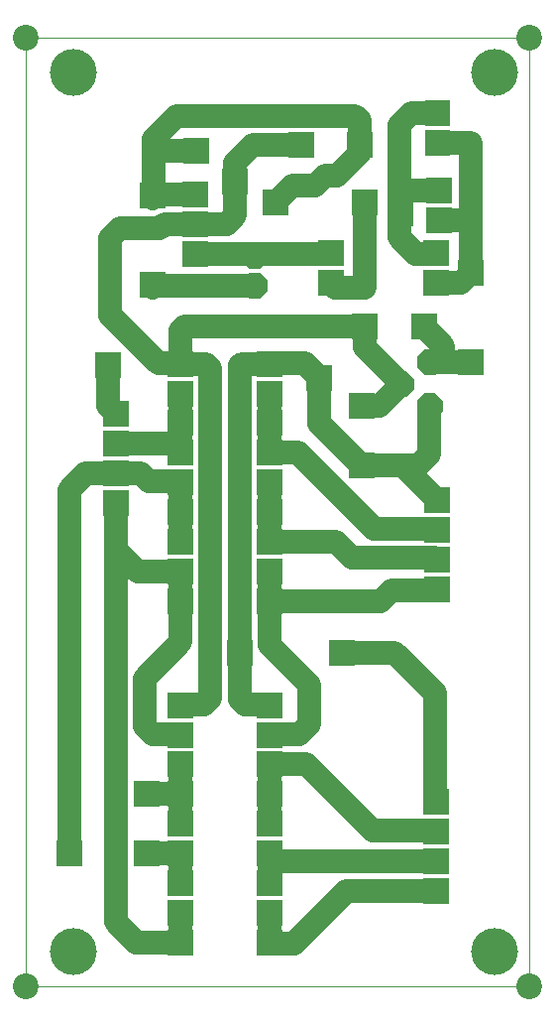
<source format=gbr>
%FSLAX34Y34*%
%MOMM*%
%LNSILK_TOP*%
G71*
G01*
%ADD10C, 2.00*%
%ADD11C, 4.00*%
%ADD12C, 0.10*%
%ADD13C, 2.20*%
%LPD*%
G36*
X349200Y-230250D02*
X349200Y-208250D01*
X371200Y-208250D01*
X371200Y-230250D01*
X349200Y-230250D01*
G37*
G36*
X349200Y-205250D02*
X349200Y-183250D01*
X371200Y-183250D01*
X371200Y-205250D01*
X349200Y-205250D01*
G37*
G36*
X259200Y-230250D02*
X259200Y-208250D01*
X281200Y-208250D01*
X281200Y-230250D01*
X259200Y-230250D01*
G37*
G36*
X259200Y-205250D02*
X259200Y-183250D01*
X281200Y-183250D01*
X281200Y-205250D01*
X259200Y-205250D01*
G37*
G36*
X107200Y-232450D02*
X107200Y-210450D01*
X129200Y-210450D01*
X129200Y-232450D01*
X107200Y-232450D01*
G37*
G36*
X107200Y-156250D02*
X107200Y-134250D01*
X129200Y-134250D01*
X129200Y-156250D01*
X107200Y-156250D01*
G37*
G36*
X216701Y-217211D02*
X216701Y-226312D01*
X210245Y-232768D01*
X201145Y-232768D01*
X194689Y-226312D01*
X194689Y-217211D01*
X201145Y-210756D01*
X210245Y-210756D01*
X216701Y-217211D01*
G37*
G36*
X216701Y-191756D02*
X216701Y-200856D01*
X210245Y-207312D01*
X201145Y-207312D01*
X194689Y-200856D01*
X194689Y-191756D01*
X201145Y-185300D01*
X210245Y-185300D01*
X216701Y-191756D01*
G37*
G36*
X310300Y-161750D02*
X288300Y-161750D01*
X288300Y-139750D01*
X310300Y-139750D01*
X310300Y-161750D01*
G37*
G36*
X234100Y-161750D02*
X212100Y-161750D01*
X212100Y-139750D01*
X234100Y-139750D01*
X234100Y-161750D01*
G37*
G36*
X372500Y-110950D02*
X350500Y-110950D01*
X350500Y-88950D01*
X372500Y-88950D01*
X372500Y-110950D01*
G37*
G36*
X372500Y-85550D02*
X350500Y-85550D01*
X350500Y-63550D01*
X372500Y-63550D01*
X372500Y-85550D01*
G37*
G36*
X373500Y-176950D02*
X351500Y-176950D01*
X351500Y-154950D01*
X373500Y-154950D01*
X373500Y-176950D01*
G37*
G36*
X373500Y-151550D02*
X351500Y-151550D01*
X351500Y-129550D01*
X373500Y-129550D01*
X373500Y-151550D01*
G37*
G36*
X143700Y-132750D02*
X165700Y-132750D01*
X165700Y-154750D01*
X143700Y-154750D01*
X143700Y-132750D01*
G37*
G36*
X143700Y-158150D02*
X165700Y-158150D01*
X165700Y-180150D01*
X143700Y-180150D01*
X143700Y-158150D01*
G37*
G36*
X143700Y-183550D02*
X165700Y-183550D01*
X165700Y-205550D01*
X143700Y-205550D01*
X143700Y-183550D01*
G37*
G54D10*
X154700Y-143750D02*
X117700Y-143750D01*
G54D10*
X362500Y-140550D02*
X330900Y-140550D01*
X330700Y-140750D01*
G54D10*
X299300Y-150750D02*
X299300Y-223150D01*
X299200Y-223250D01*
X274200Y-223250D01*
X270200Y-219250D01*
G54D10*
X361500Y-74550D02*
X338900Y-74550D01*
X328700Y-84750D01*
X328700Y-180750D01*
X342700Y-194750D01*
X359700Y-194750D01*
X360200Y-194250D01*
G54D10*
X154700Y-194550D02*
X269900Y-194550D01*
X270200Y-194250D01*
G54D10*
X360200Y-219250D02*
X381200Y-219250D01*
X389700Y-210750D01*
X389700Y-99750D01*
X361500Y-99950D01*
G54D10*
X362500Y-165950D02*
X388500Y-165950D01*
X388700Y-165750D01*
G36*
X371950Y-491646D02*
X349950Y-491646D01*
X349950Y-469646D01*
X371950Y-469646D01*
X371950Y-491646D01*
G37*
G36*
X371950Y-466246D02*
X349950Y-466246D01*
X349950Y-444246D01*
X371950Y-444246D01*
X371950Y-466246D01*
G37*
G36*
X371950Y-440846D02*
X349950Y-440846D01*
X349950Y-418846D01*
X371950Y-418846D01*
X371950Y-440846D01*
G37*
G36*
X371950Y-415446D02*
X349950Y-415446D01*
X349950Y-393446D01*
X371950Y-393446D01*
X371950Y-415446D01*
G37*
G36*
X233699Y-90792D02*
X255699Y-90792D01*
X255699Y-112792D01*
X233699Y-112792D01*
X233699Y-90792D01*
G37*
G36*
X283699Y-90792D02*
X305699Y-90792D01*
X305699Y-112792D01*
X283699Y-112792D01*
X283699Y-90792D01*
G37*
G54D10*
X294699Y-101792D02*
X294699Y-108751D01*
X275700Y-127750D01*
X265700Y-127750D01*
X256700Y-136750D01*
X237100Y-136750D01*
X223100Y-150750D01*
G54D10*
X244699Y-101792D02*
X203658Y-101792D01*
X188700Y-116750D01*
X188700Y-161750D01*
X181300Y-169150D01*
X154700Y-169150D01*
G54D10*
X294699Y-101792D02*
X294699Y-80749D01*
X290700Y-76750D01*
X138700Y-76750D01*
X118700Y-96750D01*
X118700Y-146750D01*
X118200Y-147250D01*
G54D10*
X205695Y-221762D02*
X119888Y-221762D01*
X118200Y-223450D01*
G36*
X97950Y-418646D02*
X75950Y-418646D01*
X75950Y-396646D01*
X97950Y-396646D01*
X97950Y-418646D01*
G37*
G36*
X97950Y-393246D02*
X75950Y-393246D01*
X75950Y-371246D01*
X97950Y-371246D01*
X97950Y-393246D01*
G37*
G36*
X97950Y-367846D02*
X75950Y-367846D01*
X75950Y-345846D01*
X97950Y-345846D01*
X97950Y-367846D01*
G37*
G36*
X97950Y-342446D02*
X75950Y-342446D01*
X75950Y-320446D01*
X97950Y-320446D01*
X97950Y-342446D01*
G37*
G36*
X144000Y-96000D02*
X166000Y-96000D01*
X166000Y-118000D01*
X144000Y-118000D01*
X144000Y-96000D01*
G37*
G36*
X249700Y-289750D02*
X271700Y-289750D01*
X271700Y-311750D01*
X249700Y-311750D01*
X249700Y-289750D01*
G37*
G54D10*
X155000Y-107000D02*
X120000Y-107000D01*
G36*
X378700Y-297950D02*
X378700Y-275950D01*
X400700Y-275950D01*
X400700Y-297950D01*
X378700Y-297950D01*
G37*
G36*
X378700Y-221750D02*
X378700Y-199750D01*
X400700Y-199750D01*
X400700Y-221750D01*
X378700Y-221750D01*
G37*
G36*
X350416Y-335534D02*
X343981Y-329099D01*
X343981Y-319969D01*
X350416Y-313534D01*
X359546Y-313534D01*
X365981Y-319969D01*
X365981Y-329099D01*
X359546Y-335534D01*
X350416Y-335534D01*
G37*
G36*
X325716Y-316834D02*
X319281Y-310399D01*
X319281Y-301269D01*
X325716Y-294834D01*
X334846Y-294834D01*
X341281Y-301269D01*
X341281Y-310399D01*
X334846Y-316834D01*
X325716Y-316834D01*
G37*
G36*
X350416Y-298134D02*
X343981Y-291699D01*
X343981Y-282569D01*
X350416Y-276134D01*
X359546Y-276134D01*
X365981Y-282569D01*
X365981Y-291699D01*
X359546Y-298134D01*
X350416Y-298134D01*
G37*
G54D10*
X354981Y-287134D02*
X389516Y-287134D01*
X389700Y-286950D01*
G36*
X288000Y-246000D02*
X310000Y-246000D01*
X310000Y-268000D01*
X288000Y-268000D01*
X288000Y-246000D01*
G37*
G36*
X338800Y-246000D02*
X360800Y-246000D01*
X360800Y-268000D01*
X338800Y-268000D01*
X338800Y-246000D01*
G37*
G54D10*
X366000Y-284000D02*
X366000Y-273200D01*
X349800Y-257000D01*
G36*
X285494Y-386178D02*
X285494Y-364178D01*
X307494Y-364178D01*
X307494Y-386178D01*
X285494Y-386178D01*
G37*
G36*
X285494Y-335378D02*
X285494Y-313378D01*
X307494Y-313378D01*
X307494Y-335378D01*
X285494Y-335378D01*
G37*
G54D10*
X142174Y-288323D02*
X142174Y-259826D01*
X145000Y-257000D01*
X299000Y-257000D01*
X299000Y-274553D01*
X330281Y-305834D01*
G54D10*
X296494Y-324378D02*
X311738Y-324378D01*
X330281Y-305834D01*
G54D10*
X296494Y-375178D02*
X344822Y-375178D01*
X354000Y-366000D01*
X354000Y-325515D01*
X354981Y-324534D01*
G54D10*
X218374Y-288323D02*
X248273Y-288323D01*
X260700Y-300750D01*
X260700Y-339384D01*
X296494Y-375178D01*
X331681Y-375178D01*
X360950Y-404446D01*
G54D10*
X142174Y-288323D02*
X123323Y-288323D01*
X82000Y-247000D01*
X82000Y-181000D01*
X90000Y-173000D01*
X124000Y-173000D01*
X128000Y-169000D01*
X154550Y-169000D01*
X154700Y-169150D01*
G36*
X177000Y-122000D02*
X199000Y-122000D01*
X199000Y-144000D01*
X177000Y-144000D01*
X177000Y-122000D01*
G37*
G36*
X319000Y-149000D02*
X341000Y-149000D01*
X341000Y-171000D01*
X319000Y-171000D01*
X319000Y-149000D01*
G37*
G36*
X131174Y-455123D02*
X153174Y-455123D01*
X153174Y-477123D01*
X131174Y-477123D01*
X131174Y-455123D01*
G37*
G36*
X131174Y-429723D02*
X153174Y-429723D01*
X153174Y-451723D01*
X131174Y-451723D01*
X131174Y-429723D01*
G37*
G36*
X131174Y-404323D02*
X153174Y-404323D01*
X153174Y-426323D01*
X131174Y-426323D01*
X131174Y-404323D01*
G37*
G36*
X131174Y-378923D02*
X153174Y-378923D01*
X153174Y-400923D01*
X131174Y-400923D01*
X131174Y-378923D01*
G37*
G36*
X207374Y-455123D02*
X229374Y-455123D01*
X229374Y-477123D01*
X207374Y-477123D01*
X207374Y-455123D01*
G37*
G36*
X207374Y-429723D02*
X229374Y-429723D01*
X229374Y-451723D01*
X207374Y-451723D01*
X207374Y-429723D01*
G37*
G36*
X207374Y-404323D02*
X229374Y-404323D01*
X229374Y-426323D01*
X207374Y-426323D01*
X207374Y-404323D01*
G37*
G36*
X207374Y-378923D02*
X229374Y-378923D01*
X229374Y-400923D01*
X207374Y-400923D01*
X207374Y-378923D01*
G37*
G36*
X131174Y-353523D02*
X153174Y-353523D01*
X153174Y-375523D01*
X131174Y-375523D01*
X131174Y-353523D01*
G37*
G36*
X207374Y-353523D02*
X229374Y-353523D01*
X229374Y-375523D01*
X207374Y-375523D01*
X207374Y-353523D01*
G37*
G36*
X131174Y-328123D02*
X153174Y-328123D01*
X153174Y-350123D01*
X131174Y-350123D01*
X131174Y-328123D01*
G37*
G36*
X207374Y-328123D02*
X229374Y-328123D01*
X229374Y-350123D01*
X207374Y-350123D01*
X207374Y-328123D01*
G37*
G36*
X131174Y-480523D02*
X153174Y-480523D01*
X153174Y-502523D01*
X131174Y-502523D01*
X131174Y-480523D01*
G37*
G36*
X207374Y-480523D02*
X229374Y-480523D01*
X229374Y-502523D01*
X207374Y-502523D01*
X207374Y-480523D01*
G37*
G36*
X131174Y-303123D02*
X153174Y-303123D01*
X153174Y-325123D01*
X131174Y-325123D01*
X131174Y-303123D01*
G37*
G36*
X131174Y-277723D02*
X153174Y-277723D01*
X153174Y-299723D01*
X131174Y-299723D01*
X131174Y-277723D01*
G37*
G36*
X207374Y-303123D02*
X229374Y-303123D01*
X229374Y-325123D01*
X207374Y-325123D01*
X207374Y-303123D01*
G37*
G36*
X207374Y-277723D02*
X229374Y-277723D01*
X229374Y-299723D01*
X207374Y-299723D01*
X207374Y-277723D01*
G37*
G54D10*
X218374Y-314123D02*
X218374Y-364523D01*
G54D10*
X218374Y-389923D02*
X218374Y-440723D01*
G36*
X131174Y-746123D02*
X153174Y-746123D01*
X153174Y-768123D01*
X131174Y-768123D01*
X131174Y-746123D01*
G37*
G36*
X131174Y-720723D02*
X153174Y-720723D01*
X153174Y-742723D01*
X131174Y-742723D01*
X131174Y-720723D01*
G37*
G36*
X131174Y-695323D02*
X153174Y-695323D01*
X153174Y-717323D01*
X131174Y-717323D01*
X131174Y-695323D01*
G37*
G36*
X131174Y-669923D02*
X153174Y-669923D01*
X153174Y-691923D01*
X131174Y-691923D01*
X131174Y-669923D01*
G37*
G36*
X207374Y-746123D02*
X229374Y-746123D01*
X229374Y-768123D01*
X207374Y-768123D01*
X207374Y-746123D01*
G37*
G36*
X207374Y-720723D02*
X229374Y-720723D01*
X229374Y-742723D01*
X207374Y-742723D01*
X207374Y-720723D01*
G37*
G36*
X207374Y-695323D02*
X229374Y-695323D01*
X229374Y-717323D01*
X207374Y-717323D01*
X207374Y-695323D01*
G37*
G36*
X207374Y-669923D02*
X229374Y-669923D01*
X229374Y-691923D01*
X207374Y-691923D01*
X207374Y-669923D01*
G37*
G36*
X131174Y-644523D02*
X153174Y-644523D01*
X153174Y-666523D01*
X131174Y-666523D01*
X131174Y-644523D01*
G37*
G36*
X207374Y-644523D02*
X229374Y-644523D01*
X229374Y-666523D01*
X207374Y-666523D01*
X207374Y-644523D01*
G37*
G36*
X131174Y-619123D02*
X153174Y-619123D01*
X153174Y-641123D01*
X131174Y-641123D01*
X131174Y-619123D01*
G37*
G36*
X207374Y-619123D02*
X229374Y-619123D01*
X229374Y-641123D01*
X207374Y-641123D01*
X207374Y-619123D01*
G37*
G36*
X131174Y-771523D02*
X153174Y-771523D01*
X153174Y-793523D01*
X131174Y-793523D01*
X131174Y-771523D01*
G37*
G36*
X207374Y-771523D02*
X229374Y-771523D01*
X229374Y-793523D01*
X207374Y-793523D01*
X207374Y-771523D01*
G37*
G36*
X131174Y-594123D02*
X153174Y-594123D01*
X153174Y-616123D01*
X131174Y-616123D01*
X131174Y-594123D01*
G37*
G36*
X131174Y-568723D02*
X153174Y-568723D01*
X153174Y-590723D01*
X131174Y-590723D01*
X131174Y-568723D01*
G37*
G36*
X207374Y-594123D02*
X229374Y-594123D01*
X229374Y-616123D01*
X207374Y-616123D01*
X207374Y-594123D01*
G37*
G36*
X207374Y-568723D02*
X229374Y-568723D01*
X229374Y-590723D01*
X207374Y-590723D01*
X207374Y-568723D01*
G37*
G54D10*
X218374Y-466123D02*
X218374Y-528374D01*
X252000Y-562000D01*
X252000Y-596000D01*
X243000Y-605000D01*
X218497Y-605000D01*
X218374Y-605123D01*
G54D10*
X218374Y-288723D02*
X194277Y-288723D01*
X193000Y-290000D01*
X193000Y-575000D01*
X197000Y-579000D01*
X217651Y-579000D01*
X218374Y-579723D01*
G54D10*
X142174Y-288723D02*
X163723Y-288723D01*
X167000Y-292000D01*
X167000Y-574000D01*
X162000Y-579000D01*
X142897Y-579000D01*
X142174Y-579723D01*
G54D10*
X142174Y-314123D02*
X142174Y-364523D01*
G54D10*
X142174Y-389923D02*
X142174Y-440723D01*
G54D10*
X142174Y-466123D02*
X142174Y-525826D01*
X111000Y-557000D01*
X111000Y-598000D01*
X118000Y-605000D01*
X142051Y-605000D01*
X142174Y-605123D01*
G54D10*
X142174Y-630123D02*
X142174Y-680923D01*
G54D10*
X142174Y-706323D02*
X142174Y-731723D01*
G54D10*
X142174Y-757123D02*
X142174Y-782523D01*
G54D10*
X218374Y-630123D02*
X218374Y-680923D01*
G54D10*
X218374Y-706323D02*
X218374Y-731723D01*
G54D10*
X218374Y-757123D02*
X218374Y-782523D01*
G54D10*
X86950Y-356846D02*
X134497Y-356846D01*
X142174Y-364523D01*
G54D10*
X218374Y-364523D02*
X242523Y-364523D01*
X307000Y-429000D01*
X360103Y-429000D01*
X360950Y-429846D01*
G54D10*
X218374Y-440723D02*
X274723Y-440723D01*
X288000Y-454000D01*
X359703Y-454000D01*
X360950Y-455246D01*
G54D10*
X218374Y-491523D02*
X312477Y-491523D01*
X322000Y-482000D01*
X359596Y-482000D01*
X360950Y-480646D01*
G54D10*
X86950Y-382246D02*
X108246Y-382246D01*
X115000Y-389000D01*
X141251Y-389000D01*
X142174Y-389923D01*
G54D10*
X86950Y-407646D02*
X86950Y-447950D01*
X105000Y-466000D01*
X142051Y-466000D01*
X142174Y-466123D01*
G54D10*
X86950Y-447950D02*
X86950Y-764950D01*
X104000Y-782000D01*
X141651Y-782000D01*
X142174Y-782523D01*
G36*
X102000Y-644000D02*
X124000Y-644000D01*
X124000Y-666000D01*
X102000Y-666000D01*
X102000Y-644000D01*
G37*
G36*
X36000Y-695000D02*
X58000Y-695000D01*
X58000Y-717000D01*
X36000Y-717000D01*
X36000Y-695000D01*
G37*
G36*
X69000Y-279000D02*
X91000Y-279000D01*
X91000Y-301000D01*
X69000Y-301000D01*
X69000Y-279000D01*
G37*
G54D10*
X80000Y-290000D02*
X80000Y-324497D01*
X86950Y-331446D01*
G54D10*
X113000Y-655000D02*
X141651Y-655000D01*
X142174Y-655523D01*
G54D10*
X86950Y-382246D02*
X60754Y-382246D01*
X47000Y-396000D01*
X47000Y-706000D01*
G36*
X102000Y-695000D02*
X124000Y-695000D01*
X124000Y-717000D01*
X102000Y-717000D01*
X102000Y-695000D01*
G37*
G54D10*
X113000Y-706000D02*
X141851Y-706000D01*
X142174Y-706323D01*
G36*
X370950Y-749646D02*
X348950Y-749646D01*
X348950Y-727646D01*
X370950Y-727646D01*
X370950Y-749646D01*
G37*
G36*
X370950Y-724246D02*
X348950Y-724246D01*
X348950Y-702246D01*
X370950Y-702246D01*
X370950Y-724246D01*
G37*
G36*
X370950Y-698846D02*
X348950Y-698846D01*
X348950Y-676846D01*
X370950Y-676846D01*
X370950Y-698846D01*
G37*
G36*
X370950Y-673446D02*
X348950Y-673446D01*
X348950Y-651446D01*
X370950Y-651446D01*
X370950Y-673446D01*
G37*
G54D10*
X218374Y-630123D02*
X249123Y-630123D01*
X306000Y-687000D01*
X359103Y-687000D01*
X359950Y-687846D01*
G54D10*
X359950Y-713246D02*
X225297Y-713246D01*
X218374Y-706323D01*
G54D10*
X359950Y-738646D02*
X283354Y-738646D01*
X239000Y-783000D01*
X218851Y-783000D01*
X218374Y-782523D01*
G36*
X182000Y-524000D02*
X204000Y-524000D01*
X204000Y-546000D01*
X182000Y-546000D01*
X182000Y-524000D01*
G37*
G36*
X269000Y-524000D02*
X291000Y-524000D01*
X291000Y-546000D01*
X269000Y-546000D01*
X269000Y-524000D01*
G37*
G54D10*
X280000Y-535000D02*
X325000Y-535000D01*
X359000Y-569000D01*
X359000Y-661497D01*
X359950Y-662446D01*
X50000Y-40000D02*
G54D11*
D03*
X410000Y-40000D02*
G54D11*
D03*
X410000Y-790000D02*
G54D11*
D03*
X50000Y-790000D02*
G54D11*
D03*
G54D12*
X10000Y-10000D02*
X440000Y-10000D01*
X440000Y-820000D01*
X10000Y-820000D01*
X10000Y-10000D01*
X10000Y-10000D02*
G54D13*
D03*
X440000Y-10000D02*
G54D13*
D03*
X440000Y-820000D02*
G54D13*
D03*
X10000Y-820000D02*
G54D13*
D03*
M02*

</source>
